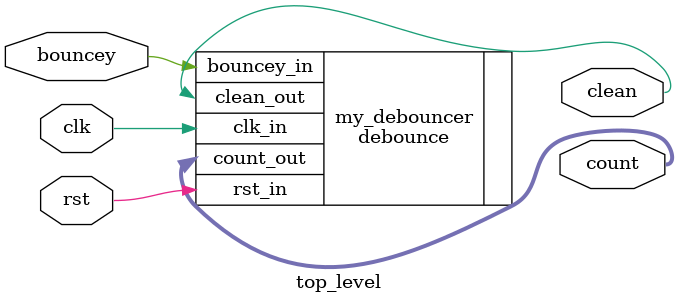
<source format=sv>
module top_level(input          clk,
                 input          rst,
                 input          bouncey,
                 output logic   clean,
                 output logic [19:0] count
             );

             debounce my_debouncer (.clk_in(clk), .rst_in(rst), .bouncey_in(bouncey), .clean_out(clean), .count_out(count));

endmodule

</source>
